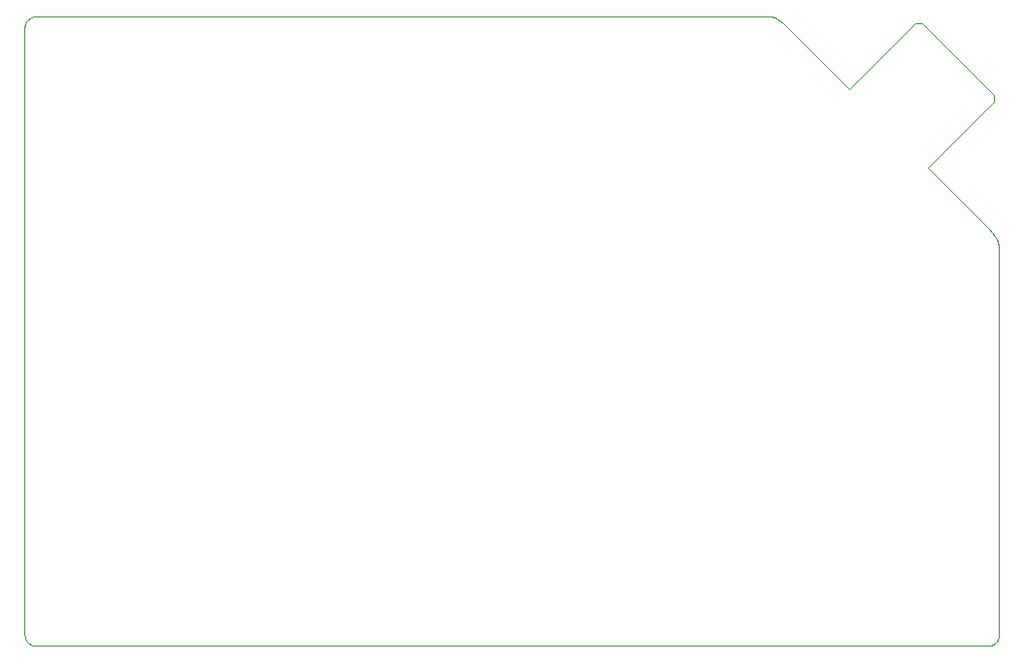
<source format=gm1>
%FSTAX25Y25*%
%MOIN*%
%SFA1B1*%

%IPPOS*%
%ADD62C,0.001970*%
%LNvisitcardpcb-1*%
%LPD*%
G54D62*
X0334659Y013701D02*
D01*
X0334501Y0137771*
X0334292Y0138519*
X033403Y013925*
X0333718Y0139962*
X0333357Y014065*
X0332949Y0141312*
X0332496Y0141943*
X0332Y0142541*
X0331464Y0143103*
X0331402Y0143165*
X0260877Y021371D02*
D01*
X026049Y0214128*
X0260075Y0214519*
X0259634Y0214881*
X0259169Y021521*
X0258682Y0215506*
X0258176Y0215768*
X0257652Y0215993*
X0257114Y0216182*
X0256565Y0216332*
X0256006Y0216444*
X025544Y0216517*
X0255251Y0216532*
X0003937Y0216535D02*
D01*
X0003662Y0216525*
X0003389Y0216496*
X0003118Y0216448*
X0002851Y0216382*
X000259Y0216297*
X0002335Y0216194*
X0002088Y0216074*
X000185Y0215936*
X0001622Y0215783*
X0001406Y0215613*
X0001202Y021543*
X0001011Y0215232*
X0000834Y0215021*
X0000673Y0214799*
X0000527Y0214566*
X0000398Y0214323*
X0000286Y0214072*
X0000192Y0213814*
X0000116Y021355*
X0000059Y0213281*
X0000021Y0213009*
X0000002Y0212735*
X0Y0212598*
Y0003937D02*
D01*
X0000009Y0003662*
X0000038Y0003389*
X0000086Y0003118*
X0000152Y0002851*
X0000237Y000259*
X000034Y0002335*
X000046Y0002088*
X0000598Y000185*
X0000751Y0001622*
X0000921Y0001406*
X0001104Y0001202*
X0001302Y0001011*
X0001513Y0000834*
X0001735Y0000673*
X0001968Y0000527*
X0002211Y0000398*
X0002462Y0000286*
X000272Y0000192*
X0002984Y0000116*
X0003253Y0000059*
X0003525Y0000021*
X0003799Y0000002*
X0003937Y0*
X0330709D02*
D01*
X0330983Y0000009*
X0331256Y0000038*
X0331527Y0000086*
X0331794Y0000152*
X0332055Y0000237*
X033231Y000034*
X0332557Y000046*
X0332795Y0000598*
X0333023Y0000751*
X0333239Y0000921*
X0333443Y0001104*
X0333634Y0001302*
X0333811Y0001513*
X0333972Y0001735*
X0334118Y0001968*
X0334247Y0002211*
X0334359Y0002462*
X0334453Y000272*
X0334529Y0002984*
X0334586Y0003253*
X0334624Y0003525*
X0334643Y0003799*
X0334646Y0003937*
X0260896Y021371D02*
X0283189Y0191417D01*
X0260877Y021371D02*
X0260896D01*
X0334646Y0003937D02*
Y013701D01*
X0003937Y0D02*
X0330669D01*
X0283189Y0191417D02*
D01*
X0310197Y016437D02*
X0331402Y0143165D01*
X0310157Y016437D02*
X0310197D01*
X0310157D02*
X0332795Y0187008D01*
Y0189567*
X0308347Y0214016D02*
X0332795Y0189567D01*
X0305787Y0214016D02*
X0308347D01*
X0283189Y0191417D02*
X0305787Y0214016D01*
X0283189Y0191417D02*
D01*
X0Y0003937D02*
Y0212598D01*
X0003937Y0216535D02*
X0255251D01*
M02*
</source>
